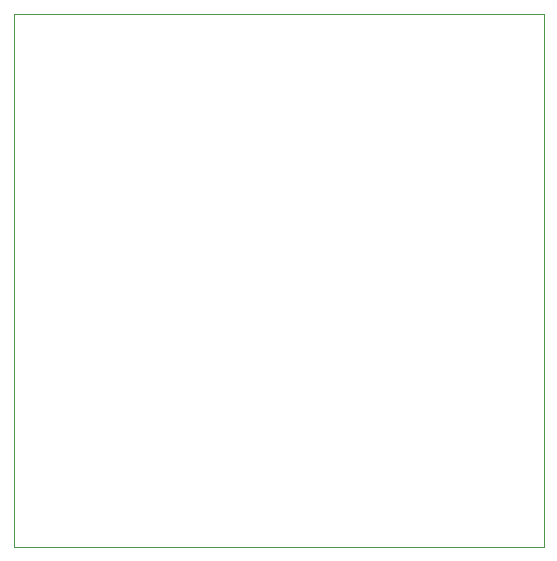
<source format=gbr>
%TF.GenerationSoftware,KiCad,Pcbnew,5.1.9+dfsg1-1~bpo10+1*%
%TF.CreationDate,2022-03-24T11:03:47+03:00*%
%TF.ProjectId,Anemometr,416e656d-6f6d-4657-9472-2e6b69636164,rev?*%
%TF.SameCoordinates,Original*%
%TF.FileFunction,Profile,NP*%
%FSLAX46Y46*%
G04 Gerber Fmt 4.6, Leading zero omitted, Abs format (unit mm)*
G04 Created by KiCad (PCBNEW 5.1.9+dfsg1-1~bpo10+1) date 2022-03-24 11:03:47*
%MOMM*%
%LPD*%
G01*
G04 APERTURE LIST*
%TA.AperFunction,Profile*%
%ADD10C,0.050000*%
%TD*%
G04 APERTURE END LIST*
D10*
X18872200Y-104787700D02*
X18872200Y-59601100D01*
X63754000Y-104762300D02*
X18872200Y-104787700D01*
X63754000Y-59601100D02*
X63754000Y-104762300D01*
X18872200Y-59601100D02*
X63754000Y-59601100D01*
M02*

</source>
